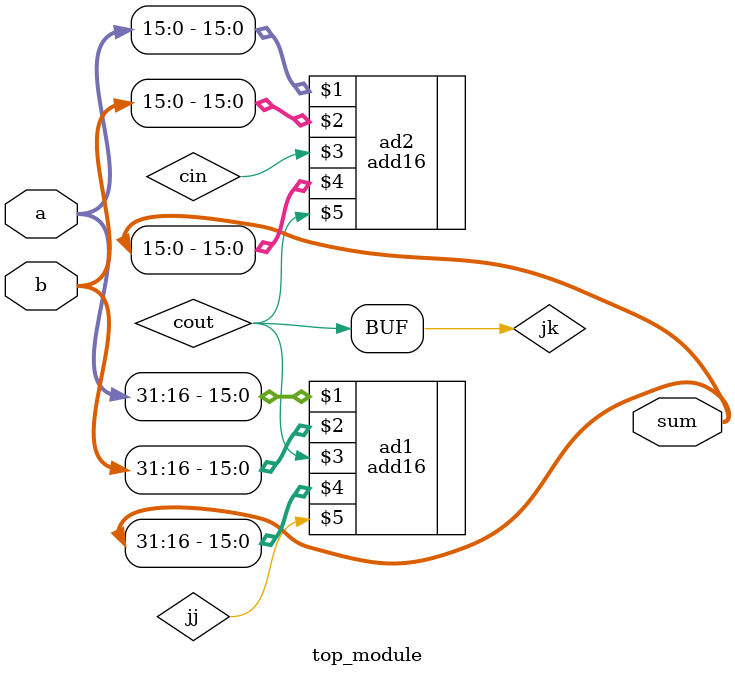
<source format=v>
module top_module(
    input [31:0] a,
    input [31:0] b,
    output [31:0] sum
);
    wire cin,cout;
    add16 ad2(a[15:0],b[15:0],cin,sum[15:0],cout);
    wire jk;
    assign jk = cout;
    wire jj;
    add16 ad1(a[31:16],b[31:16],jk,sum[31:16],jj);
    
    //wire ck = cout
    //assign sum[0] = sum[0] + cout;
    
endmodule

</source>
